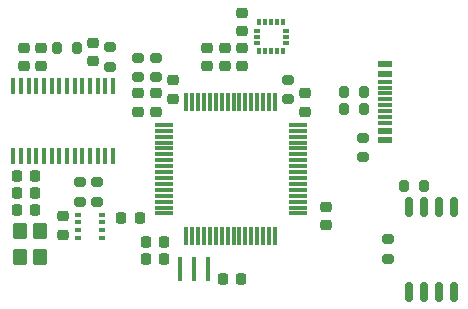
<source format=gbr>
%TF.GenerationSoftware,KiCad,Pcbnew,9.0.4*%
%TF.CreationDate,2026-01-28T15:28:05+01:00*%
%TF.ProjectId,ShiroFPV_Flight_Controller,53686972-6f46-4505-965f-466c69676874,2026-01-27*%
%TF.SameCoordinates,PX7bfa480PYb532b80*%
%TF.FileFunction,Paste,Top*%
%TF.FilePolarity,Positive*%
%FSLAX46Y46*%
G04 Gerber Fmt 4.6, Leading zero omitted, Abs format (unit mm)*
G04 Created by KiCad (PCBNEW 9.0.4) date 2026-01-28 15:28:05*
%MOMM*%
%LPD*%
G01*
G04 APERTURE LIST*
G04 Aperture macros list*
%AMRoundRect*
0 Rectangle with rounded corners*
0 $1 Rounding radius*
0 $2 $3 $4 $5 $6 $7 $8 $9 X,Y pos of 4 corners*
0 Add a 4 corners polygon primitive as box body*
4,1,4,$2,$3,$4,$5,$6,$7,$8,$9,$2,$3,0*
0 Add four circle primitives for the rounded corners*
1,1,$1+$1,$2,$3*
1,1,$1+$1,$4,$5*
1,1,$1+$1,$6,$7*
1,1,$1+$1,$8,$9*
0 Add four rect primitives between the rounded corners*
20,1,$1+$1,$2,$3,$4,$5,0*
20,1,$1+$1,$4,$5,$6,$7,0*
20,1,$1+$1,$6,$7,$8,$9,0*
20,1,$1+$1,$8,$9,$2,$3,0*%
G04 Aperture macros list end*
%ADD10RoundRect,0.200000X-0.275000X0.200000X-0.275000X-0.200000X0.275000X-0.200000X0.275000X0.200000X0*%
%ADD11RoundRect,0.218750X-0.256250X0.218750X-0.256250X-0.218750X0.256250X-0.218750X0.256250X0.218750X0*%
%ADD12RoundRect,0.225000X0.250000X-0.225000X0.250000X0.225000X-0.250000X0.225000X-0.250000X-0.225000X0*%
%ADD13RoundRect,0.225000X-0.250000X0.225000X-0.250000X-0.225000X0.250000X-0.225000X0.250000X0.225000X0*%
%ADD14R,0.355600X1.358900*%
%ADD15RoundRect,0.200000X0.275000X-0.200000X0.275000X0.200000X-0.275000X0.200000X-0.275000X-0.200000X0*%
%ADD16RoundRect,0.225000X0.225000X0.250000X-0.225000X0.250000X-0.225000X-0.250000X0.225000X-0.250000X0*%
%ADD17RoundRect,0.200000X-0.200000X-0.275000X0.200000X-0.275000X0.200000X0.275000X-0.200000X0.275000X0*%
%ADD18R,0.500000X0.350000*%
%ADD19R,1.240000X0.600000*%
%ADD20R,1.240000X0.300000*%
%ADD21RoundRect,0.200000X0.200000X0.275000X-0.200000X0.275000X-0.200000X-0.275000X0.200000X-0.275000X0*%
%ADD22RoundRect,0.250000X0.350000X-0.450000X0.350000X0.450000X-0.350000X0.450000X-0.350000X-0.450000X0*%
%ADD23RoundRect,0.162500X0.162500X-0.650000X0.162500X0.650000X-0.162500X0.650000X-0.162500X-0.650000X0*%
%ADD24RoundRect,0.087500X0.087500X-0.187500X0.087500X0.187500X-0.087500X0.187500X-0.087500X-0.187500X0*%
%ADD25RoundRect,0.087500X0.187500X-0.087500X0.187500X0.087500X-0.187500X0.087500X-0.187500X-0.087500X0*%
%ADD26RoundRect,0.225000X-0.225000X-0.250000X0.225000X-0.250000X0.225000X0.250000X-0.225000X0.250000X0*%
%ADD27RoundRect,0.075000X0.075000X-0.700000X0.075000X0.700000X-0.075000X0.700000X-0.075000X-0.700000X0*%
%ADD28RoundRect,0.075000X0.700000X-0.075000X0.700000X0.075000X-0.700000X0.075000X-0.700000X-0.075000X0*%
%ADD29R,0.406400X2.108200*%
G04 APERTURE END LIST*
D10*
%TO.C,R17*%
X-81463148Y132567500D03*
X-81463148Y130917500D03*
%TD*%
D11*
%TO.C,D2*%
X-75068148Y140111250D03*
X-75068148Y138536250D03*
%TD*%
D12*
%TO.C,C3*%
X-67775648Y142415000D03*
X-67775648Y143965000D03*
%TD*%
D13*
%TO.C,C1*%
X-67775648Y146930000D03*
X-67775648Y145380000D03*
%TD*%
D12*
%TO.C,C8*%
X-86248148Y142392500D03*
X-86248148Y143942500D03*
%TD*%
D14*
%TO.C,U10*%
X-87123148Y134840150D03*
X-86473147Y134840150D03*
X-85823148Y134840150D03*
X-85173147Y134840150D03*
X-84523149Y134840150D03*
X-83873147Y134840150D03*
X-83223149Y134840150D03*
X-82573150Y134840150D03*
X-81923149Y134840150D03*
X-81273150Y134840150D03*
X-80623149Y134840150D03*
X-79973150Y134840150D03*
X-79323149Y134840150D03*
X-78673150Y134840150D03*
X-78673148Y140694850D03*
X-79323149Y140694850D03*
X-79973148Y140694850D03*
X-80623149Y140694850D03*
X-81273147Y140694850D03*
X-81923149Y140694850D03*
X-82573147Y140694850D03*
X-83223149Y140694850D03*
X-83873147Y140694850D03*
X-84523149Y140694850D03*
X-85173147Y140694850D03*
X-85823148Y140694850D03*
X-86473147Y140694850D03*
X-87123148Y140694850D03*
%TD*%
D12*
%TO.C,C39*%
X-70685648Y142415000D03*
X-70685648Y143965000D03*
%TD*%
D15*
%TO.C,R16*%
X-75068148Y141463750D03*
X-75068148Y143113750D03*
%TD*%
D16*
%TO.C,C7*%
X-85243148Y130202500D03*
X-86793148Y130202500D03*
%TD*%
D17*
%TO.C,R3*%
X-83403148Y143917500D03*
X-81753148Y143917500D03*
%TD*%
D18*
%TO.C,U4*%
X-81678148Y127877500D03*
X-81678148Y128527500D03*
X-81678148Y129177500D03*
X-81678148Y129827500D03*
X-79628148Y129827500D03*
X-79628148Y129177500D03*
X-79628148Y128527500D03*
X-79628148Y127877500D03*
%TD*%
D10*
%TO.C,R19*%
X-55378148Y127767500D03*
X-55378148Y126117500D03*
%TD*%
D16*
%TO.C,C12*%
X-85243348Y131665100D03*
X-86793348Y131665100D03*
%TD*%
%TO.C,C31*%
X-76413148Y129562500D03*
X-77963148Y129562500D03*
%TD*%
D19*
%TO.C,P1*%
X-55668148Y136147500D03*
X-55668148Y136947500D03*
D20*
X-55668148Y138097500D03*
X-55668148Y139097500D03*
X-55668148Y139597500D03*
X-55668148Y140597500D03*
D19*
X-55668148Y141747500D03*
X-55668148Y142547500D03*
X-55668148Y142547500D03*
X-55668148Y141747500D03*
D20*
X-55668148Y141097500D03*
X-55668148Y140097500D03*
X-55668148Y138597500D03*
X-55668148Y137597500D03*
D19*
X-55668148Y136947500D03*
X-55668148Y136147500D03*
%TD*%
D10*
%TO.C,R4*%
X-78920748Y143992300D03*
X-78920748Y142342300D03*
%TD*%
D16*
%TO.C,C26*%
X-74363148Y127512500D03*
X-75913148Y127512500D03*
%TD*%
D15*
%TO.C,R6*%
X-63843148Y139592500D03*
X-63843148Y141242500D03*
%TD*%
D21*
%TO.C,R12*%
X-57448148Y138797500D03*
X-59098148Y138797500D03*
%TD*%
D13*
%TO.C,C6*%
X-69230648Y143965000D03*
X-69230648Y142415000D03*
%TD*%
D12*
%TO.C,C23*%
X-62383148Y138552500D03*
X-62383148Y140102500D03*
%TD*%
%TO.C,C27*%
X-73603148Y139647500D03*
X-73603148Y141197500D03*
%TD*%
D21*
%TO.C,R20*%
X-52388148Y132247500D03*
X-54038148Y132247500D03*
%TD*%
D10*
%TO.C,R29*%
X-80003148Y132567500D03*
X-80003148Y130917500D03*
%TD*%
D16*
%TO.C,C28*%
X-74363148Y126052500D03*
X-75913148Y126052500D03*
%TD*%
D15*
%TO.C,R14*%
X-57523148Y134682500D03*
X-57523148Y136332500D03*
%TD*%
%TO.C,R15*%
X-76523148Y141463750D03*
X-76523148Y143113750D03*
%TD*%
D11*
%TO.C,D3*%
X-76523148Y140111250D03*
X-76523148Y138536250D03*
%TD*%
D13*
%TO.C,C25*%
X-60628148Y130512500D03*
X-60628148Y128962500D03*
%TD*%
D22*
%TO.C,Y2*%
X-84828148Y126272500D03*
X-84828148Y128472500D03*
X-86528148Y128472500D03*
X-86528148Y126272500D03*
%TD*%
D23*
%TO.C,U8*%
X-53658148Y123280000D03*
X-52388148Y123280000D03*
X-51118148Y123280000D03*
X-49848148Y123280000D03*
X-49848148Y130455000D03*
X-51118148Y130455000D03*
X-52388148Y130455000D03*
X-53658148Y130455000D03*
%TD*%
D24*
%TO.C,U3*%
X-66293148Y143657500D03*
X-65793148Y143657500D03*
X-65293148Y143657500D03*
X-64793148Y143657500D03*
X-64293148Y143657500D03*
D25*
X-64068148Y144382500D03*
X-64068148Y144882500D03*
X-64068148Y145382500D03*
D24*
X-64293148Y146107500D03*
X-64793148Y146107500D03*
X-65293148Y146107500D03*
X-65793148Y146107500D03*
X-66293148Y146107500D03*
D25*
X-66518148Y145382500D03*
X-66518148Y144882500D03*
X-66518148Y144382500D03*
%TD*%
D26*
%TO.C,C13*%
X-86793148Y133127500D03*
X-85243148Y133127500D03*
%TD*%
D27*
%TO.C,U1*%
X-72473148Y128012500D03*
X-71973148Y128012500D03*
X-71473148Y128012500D03*
X-70973148Y128012500D03*
X-70473148Y128012500D03*
X-69973148Y128012500D03*
X-69473148Y128012500D03*
X-68973148Y128012500D03*
X-68473148Y128012500D03*
X-67973148Y128012500D03*
X-67473148Y128012500D03*
X-66973148Y128012500D03*
X-66473148Y128012500D03*
X-65973148Y128012500D03*
X-65473148Y128012500D03*
X-64973148Y128012500D03*
D28*
X-63048148Y129937500D03*
X-63048148Y130437500D03*
X-63048148Y130937500D03*
X-63048148Y131437500D03*
X-63048148Y131937500D03*
X-63048148Y132437500D03*
X-63048148Y132937500D03*
X-63048148Y133437500D03*
X-63048148Y133937500D03*
X-63048148Y134437500D03*
X-63048148Y134937500D03*
X-63048148Y135437500D03*
X-63048148Y135937500D03*
X-63048148Y136437500D03*
X-63048148Y136937500D03*
X-63048148Y137437500D03*
D27*
X-64973148Y139362500D03*
X-65473148Y139362500D03*
X-65973148Y139362500D03*
X-66473148Y139362500D03*
X-66973148Y139362500D03*
X-67473148Y139362500D03*
X-67973148Y139362500D03*
X-68473148Y139362500D03*
X-68973148Y139362500D03*
X-69473148Y139362500D03*
X-69973148Y139362500D03*
X-70473148Y139362500D03*
X-70973148Y139362500D03*
X-71473148Y139362500D03*
X-71973148Y139362500D03*
X-72473148Y139362500D03*
D28*
X-74398148Y137437500D03*
X-74398148Y136937500D03*
X-74398148Y136437500D03*
X-74398148Y135937500D03*
X-74398148Y135437500D03*
X-74398148Y134937500D03*
X-74398148Y134437500D03*
X-74398148Y133937500D03*
X-74398148Y133437500D03*
X-74398148Y132937500D03*
X-74398148Y132437500D03*
X-74398148Y131937500D03*
X-74398148Y131437500D03*
X-74398148Y130937500D03*
X-74398148Y130437500D03*
X-74398148Y129937500D03*
%TD*%
D29*
%TO.C,C32*%
X-70613148Y125247500D03*
X-71813148Y125247500D03*
X-73013148Y125247500D03*
%TD*%
D21*
%TO.C,R13*%
X-57448148Y140257500D03*
X-59098148Y140257500D03*
%TD*%
D12*
%TO.C,C11*%
X-80373148Y142832500D03*
X-80373148Y144382500D03*
%TD*%
%TO.C,C9*%
X-84788148Y142392500D03*
X-84788148Y143942500D03*
%TD*%
D13*
%TO.C,C10*%
X-82923148Y129692500D03*
X-82923148Y128142500D03*
%TD*%
D16*
%TO.C,C29*%
X-67838148Y124407500D03*
X-69388148Y124407500D03*
%TD*%
M02*

</source>
